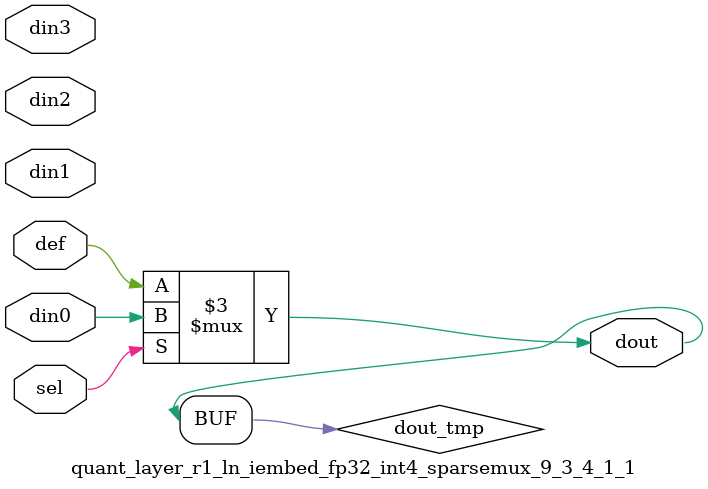
<source format=v>
`timescale 1 ns / 1 ps
module quant_layer_r1_ln_iembed_fp32_int4_sparsemux_9_3_4_1_1 (din0,din1,din2,din3,def,sel,dout);
parameter din0_WIDTH = 1;
parameter din1_WIDTH = 1;
parameter din2_WIDTH = 1;
parameter din3_WIDTH = 1;
parameter def_WIDTH = 1;
parameter sel_WIDTH = 1;
parameter dout_WIDTH = 1;
parameter [sel_WIDTH-1:0] CASE0 = 1;
parameter [sel_WIDTH-1:0] CASE1 = 1;
parameter [sel_WIDTH-1:0] CASE2 = 1;
parameter [sel_WIDTH-1:0] CASE3 = 1;
parameter ID = 1;
parameter NUM_STAGE = 1;
input [din0_WIDTH-1:0] din0;
input [din1_WIDTH-1:0] din1;
input [din2_WIDTH-1:0] din2;
input [din3_WIDTH-1:0] din3;
input [def_WIDTH-1:0] def;
input [sel_WIDTH-1:0] sel;
output [dout_WIDTH-1:0] dout;
reg [dout_WIDTH-1:0] dout_tmp;
always @ (*) begin
(* parallel_case *) case (sel)
    
    CASE0 : dout_tmp = din0;
    
    CASE1 : dout_tmp = din1;
    
    CASE2 : dout_tmp = din2;
    
    CASE3 : dout_tmp = din3;
    
    default : dout_tmp = def;
endcase
end
assign dout = dout_tmp;
endmodule
</source>
